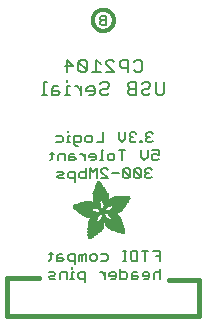
<source format=gbr>
G04 EAGLE Gerber RS-274X export*
G75*
%MOMM*%
%FSLAX34Y34*%
%LPD*%
%INSilkscreen Bottom*%
%IPPOS*%
%AMOC8*
5,1,8,0,0,1.08239X$1,22.5*%
G01*
%ADD10C,0.152400*%
%ADD11C,0.203200*%
%ADD12C,0.406400*%
%ADD13C,0.304800*%
%ADD14R,0.068600X0.007600*%
%ADD15R,0.114300X0.007600*%
%ADD16R,0.152400X0.007700*%
%ADD17R,0.182900X0.007600*%
%ADD18R,0.205700X0.007600*%
%ADD19R,0.228600X0.007600*%
%ADD20R,0.259100X0.007600*%
%ADD21R,0.274300X0.007700*%
%ADD22R,0.289500X0.007600*%
%ADD23R,0.304800X0.007600*%
%ADD24R,0.320100X0.007600*%
%ADD25R,0.342900X0.007600*%
%ADD26R,0.350500X0.007700*%
%ADD27R,0.365800X0.007600*%
%ADD28R,0.381000X0.007600*%
%ADD29R,0.388600X0.007600*%
%ADD30R,0.403800X0.007600*%
%ADD31R,0.419100X0.007700*%
%ADD32R,0.426700X0.007600*%
%ADD33R,0.441900X0.007600*%
%ADD34R,0.449600X0.007600*%
%ADD35R,0.464800X0.007600*%
%ADD36R,0.480000X0.007700*%
%ADD37R,0.487600X0.007600*%
%ADD38R,0.495300X0.007600*%
%ADD39R,0.510500X0.007600*%
%ADD40R,0.518100X0.007600*%
%ADD41R,0.525700X0.007700*%
%ADD42R,0.541000X0.007600*%
%ADD43R,0.548600X0.007600*%
%ADD44R,0.563800X0.007600*%
%ADD45R,0.571500X0.007600*%
%ADD46R,0.579100X0.007700*%
%ADD47R,0.594300X0.007600*%
%ADD48R,0.601900X0.007600*%
%ADD49R,0.609600X0.007600*%
%ADD50R,0.624800X0.007600*%
%ADD51R,0.632400X0.007700*%
%ADD52R,0.640000X0.007600*%
%ADD53R,0.655300X0.007600*%
%ADD54R,0.662900X0.007600*%
%ADD55R,0.678100X0.007600*%
%ADD56R,0.685800X0.007700*%
%ADD57R,0.693400X0.007600*%
%ADD58R,0.708600X0.007600*%
%ADD59R,0.716200X0.007600*%
%ADD60R,0.723900X0.007600*%
%ADD61R,0.739100X0.007700*%
%ADD62R,0.746700X0.007600*%
%ADD63R,0.754300X0.007600*%
%ADD64R,0.769600X0.007600*%
%ADD65R,0.777200X0.007600*%
%ADD66R,0.792400X0.007700*%
%ADD67R,0.800100X0.007600*%
%ADD68R,0.807700X0.007600*%
%ADD69R,0.822900X0.007600*%
%ADD70R,0.830500X0.007600*%
%ADD71R,0.838200X0.007700*%
%ADD72R,0.091500X0.007600*%
%ADD73R,0.853400X0.007600*%
%ADD74R,0.144700X0.007600*%
%ADD75R,0.861000X0.007600*%
%ADD76R,0.190500X0.007600*%
%ADD77R,0.876300X0.007600*%
%ADD78R,0.221000X0.007600*%
%ADD79R,0.883900X0.007600*%
%ADD80R,0.259000X0.007700*%
%ADD81R,0.891500X0.007700*%
%ADD82R,0.289600X0.007600*%
%ADD83R,0.906700X0.007600*%
%ADD84R,0.914400X0.007600*%
%ADD85R,0.350500X0.007600*%
%ADD86R,0.922000X0.007600*%
%ADD87R,0.937200X0.007600*%
%ADD88R,0.411400X0.007700*%
%ADD89R,0.944800X0.007700*%
%ADD90R,0.434300X0.007600*%
%ADD91R,0.952500X0.007600*%
%ADD92R,0.464900X0.007600*%
%ADD93R,0.967700X0.007600*%
%ADD94R,0.975300X0.007600*%
%ADD95R,0.518200X0.007600*%
%ADD96R,0.990600X0.007600*%
%ADD97R,0.548600X0.007700*%
%ADD98R,0.998200X0.007700*%
%ADD99R,1.005800X0.007600*%
%ADD100R,0.594400X0.007600*%
%ADD101R,1.021000X0.007600*%
%ADD102R,0.617200X0.007600*%
%ADD103R,1.028700X0.007600*%
%ADD104R,0.647700X0.007600*%
%ADD105R,1.036300X0.007600*%
%ADD106R,0.670500X0.007700*%
%ADD107R,1.051500X0.007700*%
%ADD108R,1.059100X0.007600*%
%ADD109R,0.716300X0.007600*%
%ADD110R,1.066800X0.007600*%
%ADD111R,0.739100X0.007600*%
%ADD112R,1.074400X0.007600*%
%ADD113R,0.762000X0.007600*%
%ADD114R,1.089600X0.007600*%
%ADD115R,0.784800X0.007700*%
%ADD116R,1.097200X0.007700*%
%ADD117R,1.104900X0.007600*%
%ADD118R,0.830600X0.007600*%
%ADD119R,1.112500X0.007600*%
%ADD120R,0.845800X0.007600*%
%ADD121R,1.120100X0.007600*%
%ADD122R,0.868700X0.007600*%
%ADD123R,1.127700X0.007600*%
%ADD124R,1.135300X0.007700*%
%ADD125R,1.143000X0.007600*%
%ADD126R,0.944900X0.007600*%
%ADD127R,1.150600X0.007600*%
%ADD128R,0.960100X0.007600*%
%ADD129R,1.158200X0.007600*%
%ADD130R,0.983000X0.007600*%
%ADD131R,1.165800X0.007600*%
%ADD132R,1.005900X0.007700*%
%ADD133R,1.173400X0.007700*%
%ADD134R,1.021100X0.007600*%
%ADD135R,1.181100X0.007600*%
%ADD136R,1.044000X0.007600*%
%ADD137R,1.188700X0.007600*%
%ADD138R,1.196300X0.007600*%
%ADD139R,1.082000X0.007600*%
%ADD140R,1.203900X0.007600*%
%ADD141R,1.104900X0.007700*%
%ADD142R,1.211500X0.007700*%
%ADD143R,1.211500X0.007600*%
%ADD144R,1.219200X0.007600*%
%ADD145R,1.226800X0.007600*%
%ADD146R,1.234400X0.007600*%
%ADD147R,1.188700X0.007700*%
%ADD148R,1.242000X0.007700*%
%ADD149R,1.242000X0.007600*%
%ADD150R,1.211600X0.007600*%
%ADD151R,1.249600X0.007600*%
%ADD152R,1.257300X0.007600*%
%ADD153R,1.264900X0.007600*%
%ADD154R,1.242100X0.007700*%
%ADD155R,1.264900X0.007700*%
%ADD156R,1.272500X0.007600*%
%ADD157R,1.265000X0.007600*%
%ADD158R,1.280100X0.007600*%
%ADD159R,1.272600X0.007600*%
%ADD160R,1.287700X0.007600*%
%ADD161R,1.287800X0.007600*%
%ADD162R,1.295400X0.007700*%
%ADD163R,1.303000X0.007600*%
%ADD164R,1.318200X0.007600*%
%ADD165R,1.310600X0.007600*%
%ADD166R,1.325900X0.007600*%
%ADD167R,1.341100X0.007700*%
%ADD168R,1.318200X0.007700*%
%ADD169R,1.341100X0.007600*%
%ADD170R,1.325800X0.007600*%
%ADD171R,1.348700X0.007600*%
%ADD172R,1.364000X0.007600*%
%ADD173R,1.333500X0.007600*%
%ADD174R,1.371600X0.007700*%
%ADD175R,1.379200X0.007600*%
%ADD176R,1.379300X0.007600*%
%ADD177R,1.386900X0.007600*%
%ADD178R,1.394500X0.007600*%
%ADD179R,1.356300X0.007600*%
%ADD180R,1.394400X0.007700*%
%ADD181R,1.356300X0.007700*%
%ADD182R,1.402000X0.007600*%
%ADD183R,1.409700X0.007600*%
%ADD184R,1.363900X0.007600*%
%ADD185R,1.417300X0.007600*%
%ADD186R,1.371600X0.007600*%
%ADD187R,1.424900X0.007700*%
%ADD188R,1.424900X0.007600*%
%ADD189R,1.432600X0.007600*%
%ADD190R,1.440200X0.007600*%
%ADD191R,1.386800X0.007600*%
%ADD192R,1.447800X0.007700*%
%ADD193R,1.386800X0.007700*%
%ADD194R,1.447800X0.007600*%
%ADD195R,1.455500X0.007600*%
%ADD196R,1.394400X0.007600*%
%ADD197R,1.463100X0.007600*%
%ADD198R,1.455400X0.007700*%
%ADD199R,1.463000X0.007600*%
%ADD200R,1.470600X0.007600*%
%ADD201R,1.470600X0.007700*%
%ADD202R,1.409700X0.007700*%
%ADD203R,1.470700X0.007600*%
%ADD204R,1.402100X0.007600*%
%ADD205R,1.478300X0.007600*%
%ADD206R,1.478300X0.007700*%
%ADD207R,1.402100X0.007700*%
%ADD208R,1.485900X0.007600*%
%ADD209R,1.485900X0.007700*%
%ADD210R,1.493500X0.007700*%
%ADD211R,1.493500X0.007600*%
%ADD212R,1.394500X0.007700*%
%ADD213R,1.493600X0.007700*%
%ADD214R,1.386900X0.007700*%
%ADD215R,1.379200X0.007700*%
%ADD216R,2.857500X0.007700*%
%ADD217R,2.857500X0.007600*%
%ADD218R,2.849900X0.007600*%
%ADD219R,2.842300X0.007600*%
%ADD220R,2.834700X0.007700*%
%ADD221R,2.827000X0.007600*%
%ADD222R,2.819400X0.007600*%
%ADD223R,2.811800X0.007600*%
%ADD224R,2.811800X0.007700*%
%ADD225R,2.804100X0.007600*%
%ADD226R,2.796500X0.007600*%
%ADD227R,1.966000X0.007600*%
%ADD228R,1.943100X0.007600*%
%ADD229R,0.754400X0.007600*%
%ADD230R,1.927900X0.007700*%
%ADD231R,0.746700X0.007700*%
%ADD232R,1.912600X0.007600*%
%ADD233R,0.731500X0.007600*%
%ADD234R,1.905000X0.007600*%
%ADD235R,1.882200X0.007600*%
%ADD236R,1.874600X0.007600*%
%ADD237R,1.866900X0.007700*%
%ADD238R,0.708700X0.007700*%
%ADD239R,1.851600X0.007600*%
%ADD240R,0.701100X0.007600*%
%ADD241R,1.844000X0.007600*%
%ADD242R,1.836400X0.007600*%
%ADD243R,1.821200X0.007600*%
%ADD244R,0.685800X0.007600*%
%ADD245R,1.813500X0.007700*%
%ADD246R,1.805900X0.007600*%
%ADD247R,0.678200X0.007600*%
%ADD248R,1.790700X0.007600*%
%ADD249R,0.670600X0.007600*%
%ADD250R,1.775500X0.007600*%
%ADD251R,1.767900X0.007700*%
%ADD252R,0.663000X0.007700*%
%ADD253R,1.760200X0.007600*%
%ADD254R,1.752600X0.007600*%
%ADD255R,0.937300X0.007600*%
%ADD256R,0.792500X0.007600*%
%ADD257R,0.899100X0.007600*%
%ADD258R,0.883900X0.007700*%
%ADD259R,0.716300X0.007700*%
%ADD260R,0.647700X0.007700*%
%ADD261R,0.640100X0.007600*%
%ADD262R,0.632500X0.007600*%
%ADD263R,0.655400X0.007600*%
%ADD264R,0.632400X0.007600*%
%ADD265R,0.845800X0.007700*%
%ADD266R,0.617200X0.007700*%
%ADD267R,0.624800X0.007700*%
%ADD268R,0.602000X0.007600*%
%ADD269R,0.838200X0.007600*%
%ADD270R,0.586700X0.007600*%
%ADD271R,0.548700X0.007600*%
%ADD272R,0.830500X0.007700*%
%ADD273R,0.541000X0.007700*%
%ADD274R,0.594300X0.007700*%
%ADD275R,0.525800X0.007600*%
%ADD276R,0.586800X0.007600*%
%ADD277R,0.815300X0.007600*%
%ADD278R,0.579200X0.007600*%
%ADD279R,0.815400X0.007600*%
%ADD280R,0.815400X0.007700*%
%ADD281R,0.571500X0.007700*%
%ADD282R,0.807800X0.007600*%
%ADD283R,0.563900X0.007600*%
%ADD284R,0.457200X0.007600*%
%ADD285R,0.442000X0.007600*%
%ADD286R,0.556300X0.007600*%
%ADD287R,0.807700X0.007700*%
%ADD288R,0.411500X0.007600*%
%ADD289R,0.533400X0.007600*%
%ADD290R,0.076200X0.007600*%
%ADD291R,0.403900X0.007600*%
%ADD292R,0.525700X0.007600*%
%ADD293R,0.388700X0.007600*%
%ADD294R,0.297200X0.007600*%
%ADD295R,0.373400X0.007700*%
%ADD296R,0.503000X0.007700*%
%ADD297R,0.426800X0.007700*%
%ADD298R,0.358100X0.007600*%
%ADD299R,0.502900X0.007600*%
%ADD300R,0.472400X0.007600*%
%ADD301R,0.487700X0.007600*%
%ADD302R,0.335300X0.007600*%
%ADD303R,0.792500X0.007700*%
%ADD304R,0.327600X0.007700*%
%ADD305R,0.472400X0.007700*%
%ADD306R,0.640000X0.007700*%
%ADD307R,0.784800X0.007600*%
%ADD308R,0.320000X0.007600*%
%ADD309R,0.792400X0.007600*%
%ADD310R,1.173400X0.007600*%
%ADD311R,1.196400X0.007600*%
%ADD312R,0.784900X0.007600*%
%ADD313R,0.784900X0.007700*%
%ADD314R,0.297200X0.007700*%
%ADD315R,1.249700X0.007600*%
%ADD316R,0.281900X0.007600*%
%ADD317R,1.295400X0.007600*%
%ADD318R,0.266700X0.007600*%
%ADD319R,0.777300X0.007700*%
%ADD320R,0.266700X0.007700*%
%ADD321R,1.333500X0.007700*%
%ADD322R,0.777300X0.007600*%
%ADD323R,1.348800X0.007600*%
%ADD324R,0.251500X0.007600*%
%ADD325R,0.243900X0.007700*%
%ADD326R,0.243900X0.007600*%
%ADD327R,1.440100X0.007600*%
%ADD328R,0.236200X0.007600*%
%ADD329R,0.762000X0.007700*%
%ADD330R,0.236200X0.007700*%
%ADD331R,1.508700X0.007700*%
%ADD332R,1.531600X0.007600*%
%ADD333R,1.546900X0.007600*%
%ADD334R,1.569700X0.007600*%
%ADD335R,1.585000X0.007600*%
%ADD336R,0.746800X0.007700*%
%ADD337R,1.607800X0.007700*%
%ADD338R,0.243800X0.007600*%
%ADD339R,1.630700X0.007600*%
%ADD340R,1.653500X0.007600*%
%ADD341R,0.739200X0.007600*%
%ADD342R,1.684000X0.007600*%
%ADD343R,2.019300X0.007600*%
%ADD344R,0.731500X0.007700*%
%ADD345R,2.026900X0.007700*%
%ADD346R,2.049800X0.007600*%
%ADD347R,2.057400X0.007600*%
%ADD348R,0.708700X0.007600*%
%ADD349R,2.072600X0.007600*%
%ADD350R,0.701000X0.007600*%
%ADD351R,2.095500X0.007600*%
%ADD352R,0.693500X0.007700*%
%ADD353R,2.110800X0.007700*%
%ADD354R,2.141200X0.007600*%
%ADD355R,0.060900X0.007600*%
%ADD356R,2.872700X0.007600*%
%ADD357R,3.124200X0.007600*%
%ADD358R,3.177600X0.007600*%
%ADD359R,3.215600X0.007700*%
%ADD360R,3.253700X0.007600*%
%ADD361R,3.284300X0.007600*%
%ADD362R,3.314700X0.007600*%
%ADD363R,3.352800X0.007600*%
%ADD364R,3.375600X0.007700*%
%ADD365R,3.406200X0.007600*%
%ADD366R,3.429000X0.007600*%
%ADD367R,3.451800X0.007600*%
%ADD368R,3.482400X0.007600*%
%ADD369R,1.828800X0.007700*%
%ADD370R,1.539300X0.007700*%
%ADD371R,1.767900X0.007600*%
%ADD372R,1.767800X0.007600*%
%ADD373R,1.760200X0.007700*%
%ADD374R,1.760300X0.007600*%
%ADD375R,1.775400X0.007700*%
%ADD376R,1.379300X0.007700*%
%ADD377R,1.783000X0.007600*%
%ADD378R,1.813500X0.007600*%
%ADD379R,1.821100X0.007700*%
%ADD380R,0.503000X0.007600*%
%ADD381R,1.135400X0.007600*%
%ADD382R,1.127700X0.007700*%
%ADD383R,0.487700X0.007700*%
%ADD384R,1.120200X0.007600*%
%ADD385R,1.097300X0.007600*%
%ADD386R,0.510600X0.007600*%
%ADD387R,1.074400X0.007700*%
%ADD388R,0.525800X0.007700*%
%ADD389R,1.440200X0.007700*%
%ADD390R,1.059200X0.007600*%
%ADD391R,1.051600X0.007600*%
%ADD392R,1.051500X0.007600*%
%ADD393R,1.043900X0.007700*%
%ADD394R,0.602000X0.007700*%
%ADD395R,1.524000X0.007600*%
%ADD396R,1.539300X0.007600*%
%ADD397R,1.592600X0.007600*%
%ADD398R,1.021100X0.007700*%
%ADD399R,1.615400X0.007700*%
%ADD400R,1.013400X0.007600*%
%ADD401R,1.653600X0.007600*%
%ADD402R,1.013500X0.007600*%
%ADD403R,1.699300X0.007600*%
%ADD404R,2.743200X0.007600*%
%ADD405R,1.005900X0.007600*%
%ADD406R,2.415500X0.007600*%
%ADD407R,1.005800X0.007700*%
%ADD408R,0.281900X0.007700*%
%ADD409R,2.408000X0.007700*%
%ADD410R,2.407900X0.007600*%
%ADD411R,0.998200X0.007600*%
%ADD412R,0.282000X0.007600*%
%ADD413R,0.998300X0.007600*%
%ADD414R,2.400300X0.007600*%
%ADD415R,0.289500X0.007700*%
%ADD416R,2.400300X0.007700*%
%ADD417R,0.297100X0.007600*%
%ADD418R,0.312400X0.007600*%
%ADD419R,2.392700X0.007600*%
%ADD420R,0.990600X0.007700*%
%ADD421R,0.327700X0.007700*%
%ADD422R,2.392700X0.007700*%
%ADD423R,2.385100X0.007600*%
%ADD424R,0.381000X0.007700*%
%ADD425R,2.377400X0.007700*%
%ADD426R,2.377400X0.007600*%
%ADD427R,2.369800X0.007600*%
%ADD428R,0.419100X0.007600*%
%ADD429R,2.362200X0.007600*%
%ADD430R,0.426800X0.007600*%
%ADD431R,1.036300X0.007700*%
%ADD432R,0.442000X0.007700*%
%ADD433R,2.354600X0.007700*%
%ADD434R,2.354600X0.007600*%
%ADD435R,0.480100X0.007600*%
%ADD436R,2.347000X0.007600*%
%ADD437R,1.074500X0.007600*%
%ADD438R,2.339400X0.007600*%
%ADD439R,1.082100X0.007700*%
%ADD440R,0.548700X0.007700*%
%ADD441R,2.331800X0.007700*%
%ADD442R,2.331800X0.007600*%
%ADD443R,0.624900X0.007600*%
%ADD444R,2.324100X0.007600*%
%ADD445R,1.859300X0.007600*%
%ADD446R,2.308800X0.007600*%
%ADD447R,2.301200X0.007700*%
%ADD448R,2.301200X0.007600*%
%ADD449R,2.293600X0.007600*%
%ADD450R,2.278400X0.007600*%
%ADD451R,1.889800X0.007600*%
%ADD452R,2.270700X0.007600*%
%ADD453R,1.897400X0.007700*%
%ADD454R,2.255500X0.007700*%
%ADD455R,1.897400X0.007600*%
%ADD456R,2.247900X0.007600*%
%ADD457R,2.232600X0.007600*%
%ADD458R,1.912700X0.007600*%
%ADD459R,2.209800X0.007600*%
%ADD460R,1.920300X0.007600*%
%ADD461R,2.186900X0.007600*%
%ADD462R,1.920300X0.007700*%
%ADD463R,2.171700X0.007700*%
%ADD464R,1.935500X0.007600*%
%ADD465R,2.148800X0.007600*%
%ADD466R,2.126000X0.007600*%
%ADD467R,1.950700X0.007600*%
%ADD468R,1.958400X0.007700*%
%ADD469R,2.042200X0.007700*%
%ADD470R,1.973600X0.007600*%
%ADD471R,1.996500X0.007600*%
%ADD472R,1.981200X0.007600*%
%ADD473R,1.988800X0.007600*%
%ADD474R,1.996400X0.007700*%
%ADD475R,1.996400X0.007600*%
%ADD476R,2.004100X0.007600*%
%ADD477R,1.874500X0.007600*%
%ADD478R,1.425000X0.007600*%
%ADD479R,2.026900X0.007600*%
%ADD480R,0.434400X0.007700*%
%ADD481R,1.364000X0.007700*%
%ADD482R,2.034500X0.007600*%
%ADD483R,0.434400X0.007600*%
%ADD484R,2.049700X0.007600*%
%ADD485R,2.065000X0.007700*%
%ADD486R,0.464800X0.007700*%
%ADD487R,1.196300X0.007700*%
%ADD488R,2.080300X0.007600*%
%ADD489R,1.158300X0.007600*%
%ADD490R,2.087900X0.007600*%
%ADD491R,0.472500X0.007600*%
%ADD492R,2.103100X0.007600*%
%ADD493R,2.118400X0.007600*%
%ADD494R,2.133600X0.007600*%
%ADD495R,2.148800X0.007700*%
%ADD496R,2.164000X0.007600*%
%ADD497R,2.171700X0.007600*%
%ADD498R,2.187000X0.007600*%
%ADD499R,0.556200X0.007600*%
%ADD500R,2.202200X0.007700*%
%ADD501R,0.556200X0.007700*%
%ADD502R,0.640100X0.007700*%
%ADD503R,0.579100X0.007600*%
%ADD504R,0.480000X0.007600*%
%ADD505R,1.752600X0.007700*%
%ADD506R,0.487600X0.007700*%
%ADD507R,0.594400X0.007700*%
%ADD508R,0.358100X0.007700*%
%ADD509R,0.099000X0.007600*%
%ADD510R,1.280200X0.007600*%
%ADD511R,1.745000X0.007600*%
%ADD512R,1.744900X0.007600*%
%ADD513R,1.737300X0.007700*%
%ADD514R,1.737400X0.007600*%
%ADD515R,1.729800X0.007600*%
%ADD516R,1.722200X0.007600*%
%ADD517R,1.722100X0.007600*%
%ADD518R,1.714500X0.007700*%
%ADD519R,1.356400X0.007700*%
%ADD520R,1.706900X0.007600*%
%ADD521R,1.356400X0.007600*%
%ADD522R,1.691700X0.007600*%
%ADD523R,1.668800X0.007700*%
%ADD524R,1.645900X0.007600*%
%ADD525R,1.623100X0.007600*%
%ADD526R,1.577400X0.007600*%
%ADD527R,1.554400X0.007600*%
%ADD528R,1.539200X0.007600*%
%ADD529R,1.524000X0.007700*%
%ADD530R,1.501100X0.007600*%
%ADD531R,1.455400X0.007600*%
%ADD532R,1.348800X0.007700*%
%ADD533R,1.318300X0.007600*%
%ADD534R,1.310600X0.007700*%
%ADD535R,1.287800X0.007700*%
%ADD536R,1.234500X0.007600*%
%ADD537R,1.226900X0.007600*%
%ADD538R,1.173500X0.007700*%
%ADD539R,1.173500X0.007600*%
%ADD540R,1.165900X0.007600*%
%ADD541R,1.143000X0.007700*%
%ADD542R,1.127800X0.007600*%
%ADD543R,1.097200X0.007600*%
%ADD544R,1.028700X0.007700*%
%ADD545R,0.982900X0.007600*%
%ADD546R,0.952500X0.007700*%
%ADD547R,0.929600X0.007600*%
%ADD548R,0.906800X0.007700*%
%ADD549R,0.906800X0.007600*%
%ADD550R,0.899200X0.007600*%
%ADD551R,0.884000X0.007600*%
%ADD552R,0.876300X0.007700*%
%ADD553R,0.830600X0.007700*%
%ADD554R,0.754400X0.007700*%
%ADD555R,0.746800X0.007600*%
%ADD556R,0.708600X0.007700*%
%ADD557R,0.678200X0.007700*%
%ADD558R,0.663000X0.007600*%
%ADD559R,0.632500X0.007700*%
%ADD560R,0.556300X0.007700*%
%ADD561R,0.518200X0.007700*%
%ADD562R,0.434300X0.007700*%
%ADD563R,0.396300X0.007700*%
%ADD564R,0.373300X0.007600*%
%ADD565R,0.365700X0.007600*%
%ADD566R,0.327700X0.007600*%
%ADD567R,0.304800X0.007700*%
%ADD568R,0.274300X0.007600*%
%ADD569R,0.243800X0.007700*%
%ADD570R,0.205800X0.007600*%
%ADD571R,0.152400X0.007600*%
%ADD572R,0.121900X0.007700*%


D10*
X131016Y161635D02*
X129575Y163075D01*
X126694Y163075D01*
X125254Y161635D01*
X125254Y160194D01*
X126694Y158754D01*
X128135Y158754D01*
X126694Y158754D02*
X125254Y157313D01*
X125254Y155873D01*
X126694Y154432D01*
X129575Y154432D01*
X131016Y155873D01*
X121661Y155873D02*
X121661Y154432D01*
X121661Y155873D02*
X120220Y155873D01*
X120220Y154432D01*
X121661Y154432D01*
X116983Y161635D02*
X115543Y163075D01*
X112662Y163075D01*
X111221Y161635D01*
X111221Y160194D01*
X112662Y158754D01*
X114102Y158754D01*
X112662Y158754D02*
X111221Y157313D01*
X111221Y155873D01*
X112662Y154432D01*
X115543Y154432D01*
X116983Y155873D01*
X107628Y157313D02*
X107628Y163075D01*
X107628Y157313D02*
X104747Y154432D01*
X101866Y157313D01*
X101866Y163075D01*
X88918Y163075D02*
X88918Y154432D01*
X83155Y154432D01*
X78122Y154432D02*
X75241Y154432D01*
X73800Y155873D01*
X73800Y158754D01*
X75241Y160194D01*
X78122Y160194D01*
X79562Y158754D01*
X79562Y155873D01*
X78122Y154432D01*
X67326Y151551D02*
X65886Y151551D01*
X64445Y152991D01*
X64445Y160194D01*
X68767Y160194D01*
X70207Y158754D01*
X70207Y155873D01*
X68767Y154432D01*
X64445Y154432D01*
X60852Y160194D02*
X59412Y160194D01*
X59412Y154432D01*
X60852Y154432D02*
X57971Y154432D01*
X59412Y163075D02*
X59412Y164516D01*
X53175Y160194D02*
X48853Y160194D01*
X53175Y160194D02*
X54615Y158754D01*
X54615Y155873D01*
X53175Y154432D01*
X48853Y154432D01*
X129931Y147835D02*
X135694Y147835D01*
X135694Y143514D01*
X132812Y144954D01*
X131372Y144954D01*
X129931Y143514D01*
X129931Y140633D01*
X131372Y139192D01*
X134253Y139192D01*
X135694Y140633D01*
X126338Y142073D02*
X126338Y147835D01*
X126338Y142073D02*
X123457Y139192D01*
X120576Y142073D01*
X120576Y147835D01*
X104747Y147835D02*
X104747Y139192D01*
X107628Y147835D02*
X101866Y147835D01*
X96832Y139192D02*
X93951Y139192D01*
X92511Y140633D01*
X92511Y143514D01*
X93951Y144954D01*
X96832Y144954D01*
X98273Y143514D01*
X98273Y140633D01*
X96832Y139192D01*
X88918Y147835D02*
X87477Y147835D01*
X87477Y139192D01*
X86037Y139192D02*
X88918Y139192D01*
X81240Y139192D02*
X78359Y139192D01*
X81240Y139192D02*
X82681Y140633D01*
X82681Y143514D01*
X81240Y144954D01*
X78359Y144954D01*
X76919Y143514D01*
X76919Y142073D01*
X82681Y142073D01*
X73326Y139192D02*
X73326Y144954D01*
X73326Y142073D02*
X70445Y144954D01*
X69004Y144954D01*
X64089Y144954D02*
X61208Y144954D01*
X59767Y143514D01*
X59767Y139192D01*
X64089Y139192D01*
X65530Y140633D01*
X64089Y142073D01*
X59767Y142073D01*
X56175Y139192D02*
X56175Y144954D01*
X51853Y144954D01*
X50412Y143514D01*
X50412Y139192D01*
X45379Y140633D02*
X45379Y146395D01*
X45379Y140633D02*
X43938Y139192D01*
X43938Y144954D02*
X46819Y144954D01*
X128796Y132595D02*
X130236Y131155D01*
X128796Y132595D02*
X125915Y132595D01*
X124474Y131155D01*
X124474Y129714D01*
X125915Y128274D01*
X127355Y128274D01*
X125915Y128274D02*
X124474Y126833D01*
X124474Y125393D01*
X125915Y123952D01*
X128796Y123952D01*
X130236Y125393D01*
X120881Y125393D02*
X120881Y131155D01*
X119441Y132595D01*
X116560Y132595D01*
X115119Y131155D01*
X115119Y125393D01*
X116560Y123952D01*
X119441Y123952D01*
X120881Y125393D01*
X115119Y131155D01*
X111526Y131155D02*
X111526Y125393D01*
X111526Y131155D02*
X110085Y132595D01*
X107204Y132595D01*
X105764Y131155D01*
X105764Y125393D01*
X107204Y123952D01*
X110085Y123952D01*
X111526Y125393D01*
X105764Y131155D01*
X102171Y128274D02*
X96409Y128274D01*
X92816Y123952D02*
X87053Y123952D01*
X87053Y129714D02*
X92816Y123952D01*
X87053Y129714D02*
X87053Y131155D01*
X88494Y132595D01*
X91375Y132595D01*
X92816Y131155D01*
X83460Y132595D02*
X83460Y123952D01*
X80579Y129714D02*
X83460Y132595D01*
X80579Y129714D02*
X77698Y132595D01*
X77698Y123952D01*
X74105Y123952D02*
X74105Y132595D01*
X74105Y123952D02*
X69784Y123952D01*
X68343Y125393D01*
X68343Y128274D01*
X69784Y129714D01*
X74105Y129714D01*
X64750Y129714D02*
X64750Y121071D01*
X64750Y129714D02*
X60428Y129714D01*
X58988Y128274D01*
X58988Y125393D01*
X60428Y123952D01*
X64750Y123952D01*
X55395Y123952D02*
X51073Y123952D01*
X49633Y125393D01*
X51073Y126833D01*
X53954Y126833D01*
X55395Y128274D01*
X53954Y129714D01*
X49633Y129714D01*
D11*
X114578Y222639D02*
X116357Y224418D01*
X119917Y224418D01*
X121696Y222639D01*
X121696Y215521D01*
X119917Y213741D01*
X116357Y213741D01*
X114578Y215521D01*
X110002Y213741D02*
X110002Y224418D01*
X104663Y224418D01*
X102884Y222639D01*
X102884Y219080D01*
X104663Y217300D01*
X110002Y217300D01*
X98308Y213741D02*
X91190Y213741D01*
X98308Y213741D02*
X91190Y220859D01*
X91190Y222639D01*
X92970Y224418D01*
X96529Y224418D01*
X98308Y222639D01*
X86614Y220859D02*
X83055Y224418D01*
X83055Y213741D01*
X86614Y213741D02*
X79496Y213741D01*
X74920Y215521D02*
X74920Y222639D01*
X73141Y224418D01*
X69582Y224418D01*
X67802Y222639D01*
X67802Y215521D01*
X69582Y213741D01*
X73141Y213741D01*
X74920Y215521D01*
X67802Y222639D01*
X57888Y224418D02*
X57888Y213741D01*
X63226Y219080D02*
X57888Y224418D01*
X56108Y219080D02*
X63226Y219080D01*
X140211Y205368D02*
X140211Y196471D01*
X138432Y194691D01*
X134873Y194691D01*
X133093Y196471D01*
X133093Y205368D01*
X123179Y205368D02*
X121399Y203589D01*
X123179Y205368D02*
X126738Y205368D01*
X128518Y203589D01*
X128518Y201809D01*
X126738Y200030D01*
X123179Y200030D01*
X121399Y198250D01*
X121399Y196471D01*
X123179Y194691D01*
X126738Y194691D01*
X128518Y196471D01*
X116824Y194691D02*
X116824Y205368D01*
X111485Y205368D01*
X109705Y203589D01*
X109705Y201809D01*
X111485Y200030D01*
X109705Y198250D01*
X109705Y196471D01*
X111485Y194691D01*
X116824Y194691D01*
X116824Y200030D02*
X111485Y200030D01*
X88097Y205368D02*
X86318Y203589D01*
X88097Y205368D02*
X91656Y205368D01*
X93436Y203589D01*
X93436Y201809D01*
X91656Y200030D01*
X88097Y200030D01*
X86318Y198250D01*
X86318Y196471D01*
X88097Y194691D01*
X91656Y194691D01*
X93436Y196471D01*
X79962Y194691D02*
X76403Y194691D01*
X79962Y194691D02*
X81742Y196471D01*
X81742Y200030D01*
X79962Y201809D01*
X76403Y201809D01*
X74624Y200030D01*
X74624Y198250D01*
X81742Y198250D01*
X70048Y194691D02*
X70048Y201809D01*
X70048Y198250D02*
X66489Y201809D01*
X64709Y201809D01*
X60303Y201809D02*
X58523Y201809D01*
X58523Y194691D01*
X56744Y194691D02*
X60303Y194691D01*
X58523Y205368D02*
X58523Y207148D01*
X50727Y201809D02*
X47168Y201809D01*
X45389Y200030D01*
X45389Y194691D01*
X50727Y194691D01*
X52507Y196471D01*
X50727Y198250D01*
X45389Y198250D01*
X40813Y205368D02*
X39033Y205368D01*
X39033Y194691D01*
X37254Y194691D02*
X40813Y194691D01*
D10*
X136473Y62745D02*
X136473Y54102D01*
X136473Y62745D02*
X130711Y62745D01*
X133592Y58424D02*
X136473Y58424D01*
X124237Y54102D02*
X124237Y62745D01*
X127118Y62745D02*
X121356Y62745D01*
X117763Y62745D02*
X117763Y54102D01*
X113441Y54102D01*
X112001Y55543D01*
X112001Y61305D01*
X113441Y62745D01*
X117763Y62745D01*
X108408Y54102D02*
X105526Y54102D01*
X106967Y54102D02*
X106967Y62745D01*
X108408Y62745D02*
X105526Y62745D01*
X91375Y59864D02*
X87053Y59864D01*
X91375Y59864D02*
X92816Y58424D01*
X92816Y55543D01*
X91375Y54102D01*
X87053Y54102D01*
X82020Y54102D02*
X79139Y54102D01*
X77698Y55543D01*
X77698Y58424D01*
X79139Y59864D01*
X82020Y59864D01*
X83460Y58424D01*
X83460Y55543D01*
X82020Y54102D01*
X74105Y54102D02*
X74105Y59864D01*
X72665Y59864D01*
X71224Y58424D01*
X71224Y54102D01*
X71224Y58424D02*
X69784Y59864D01*
X68343Y58424D01*
X68343Y54102D01*
X64750Y51221D02*
X64750Y59864D01*
X60428Y59864D01*
X58988Y58424D01*
X58988Y55543D01*
X60428Y54102D01*
X64750Y54102D01*
X53954Y59864D02*
X51073Y59864D01*
X49633Y58424D01*
X49633Y54102D01*
X53954Y54102D01*
X55395Y55543D01*
X53954Y56983D01*
X49633Y56983D01*
X44599Y55543D02*
X44599Y61305D01*
X44599Y55543D02*
X43159Y54102D01*
X43159Y59864D02*
X46040Y59864D01*
X137253Y47505D02*
X137253Y38862D01*
X137253Y43184D02*
X135812Y44624D01*
X132931Y44624D01*
X131491Y43184D01*
X131491Y38862D01*
X126457Y38862D02*
X123576Y38862D01*
X126457Y38862D02*
X127898Y40303D01*
X127898Y43184D01*
X126457Y44624D01*
X123576Y44624D01*
X122135Y43184D01*
X122135Y41743D01*
X127898Y41743D01*
X117102Y44624D02*
X114221Y44624D01*
X112780Y43184D01*
X112780Y38862D01*
X117102Y38862D01*
X118542Y40303D01*
X117102Y41743D01*
X112780Y41743D01*
X103425Y38862D02*
X103425Y47505D01*
X103425Y38862D02*
X107747Y38862D01*
X109187Y40303D01*
X109187Y43184D01*
X107747Y44624D01*
X103425Y44624D01*
X98391Y38862D02*
X95510Y38862D01*
X98391Y38862D02*
X99832Y40303D01*
X99832Y43184D01*
X98391Y44624D01*
X95510Y44624D01*
X94070Y43184D01*
X94070Y41743D01*
X99832Y41743D01*
X90477Y38862D02*
X90477Y44624D01*
X90477Y41743D02*
X87596Y44624D01*
X86155Y44624D01*
X73326Y44624D02*
X73326Y35981D01*
X73326Y44624D02*
X69004Y44624D01*
X67563Y43184D01*
X67563Y40303D01*
X69004Y38862D01*
X73326Y38862D01*
X63970Y44624D02*
X62530Y44624D01*
X62530Y38862D01*
X63970Y38862D02*
X61089Y38862D01*
X62530Y47505D02*
X62530Y48946D01*
X57734Y44624D02*
X57734Y38862D01*
X57734Y44624D02*
X53412Y44624D01*
X51971Y43184D01*
X51971Y38862D01*
X48379Y38862D02*
X44057Y38862D01*
X42616Y40303D01*
X44057Y41743D01*
X46938Y41743D01*
X48379Y43184D01*
X46938Y44624D01*
X42616Y44624D01*
D12*
X34290Y39370D02*
X7620Y39370D01*
X7620Y7620D01*
X170180Y7620D01*
X170180Y38100D01*
X144780Y38100D01*
D13*
X79920Y257810D02*
X79923Y258030D01*
X79931Y258251D01*
X79944Y258471D01*
X79963Y258690D01*
X79988Y258909D01*
X80017Y259128D01*
X80052Y259345D01*
X80093Y259562D01*
X80138Y259778D01*
X80189Y259992D01*
X80245Y260205D01*
X80307Y260417D01*
X80373Y260627D01*
X80445Y260835D01*
X80522Y261042D01*
X80604Y261246D01*
X80690Y261449D01*
X80782Y261649D01*
X80879Y261848D01*
X80980Y262043D01*
X81087Y262236D01*
X81198Y262427D01*
X81313Y262614D01*
X81433Y262799D01*
X81558Y262981D01*
X81687Y263159D01*
X81821Y263335D01*
X81958Y263507D01*
X82100Y263675D01*
X82246Y263841D01*
X82396Y264002D01*
X82550Y264160D01*
X82708Y264314D01*
X82869Y264464D01*
X83035Y264610D01*
X83203Y264752D01*
X83375Y264889D01*
X83551Y265023D01*
X83729Y265152D01*
X83911Y265277D01*
X84096Y265397D01*
X84283Y265512D01*
X84474Y265623D01*
X84667Y265730D01*
X84862Y265831D01*
X85061Y265928D01*
X85261Y266020D01*
X85464Y266106D01*
X85668Y266188D01*
X85875Y266265D01*
X86083Y266337D01*
X86293Y266403D01*
X86505Y266465D01*
X86718Y266521D01*
X86932Y266572D01*
X87148Y266617D01*
X87365Y266658D01*
X87582Y266693D01*
X87801Y266722D01*
X88020Y266747D01*
X88239Y266766D01*
X88459Y266779D01*
X88680Y266787D01*
X88900Y266790D01*
X89120Y266787D01*
X89341Y266779D01*
X89561Y266766D01*
X89780Y266747D01*
X89999Y266722D01*
X90218Y266693D01*
X90435Y266658D01*
X90652Y266617D01*
X90868Y266572D01*
X91082Y266521D01*
X91295Y266465D01*
X91507Y266403D01*
X91717Y266337D01*
X91925Y266265D01*
X92132Y266188D01*
X92336Y266106D01*
X92539Y266020D01*
X92739Y265928D01*
X92938Y265831D01*
X93133Y265730D01*
X93326Y265623D01*
X93517Y265512D01*
X93704Y265397D01*
X93889Y265277D01*
X94071Y265152D01*
X94249Y265023D01*
X94425Y264889D01*
X94597Y264752D01*
X94765Y264610D01*
X94931Y264464D01*
X95092Y264314D01*
X95250Y264160D01*
X95404Y264002D01*
X95554Y263841D01*
X95700Y263675D01*
X95842Y263507D01*
X95979Y263335D01*
X96113Y263159D01*
X96242Y262981D01*
X96367Y262799D01*
X96487Y262614D01*
X96602Y262427D01*
X96713Y262236D01*
X96820Y262043D01*
X96921Y261848D01*
X97018Y261649D01*
X97110Y261449D01*
X97196Y261246D01*
X97278Y261042D01*
X97355Y260835D01*
X97427Y260627D01*
X97493Y260417D01*
X97555Y260205D01*
X97611Y259992D01*
X97662Y259778D01*
X97707Y259562D01*
X97748Y259345D01*
X97783Y259128D01*
X97812Y258909D01*
X97837Y258690D01*
X97856Y258471D01*
X97869Y258251D01*
X97877Y258030D01*
X97880Y257810D01*
X97877Y257590D01*
X97869Y257369D01*
X97856Y257149D01*
X97837Y256930D01*
X97812Y256711D01*
X97783Y256492D01*
X97748Y256275D01*
X97707Y256058D01*
X97662Y255842D01*
X97611Y255628D01*
X97555Y255415D01*
X97493Y255203D01*
X97427Y254993D01*
X97355Y254785D01*
X97278Y254578D01*
X97196Y254374D01*
X97110Y254171D01*
X97018Y253971D01*
X96921Y253772D01*
X96820Y253577D01*
X96713Y253384D01*
X96602Y253193D01*
X96487Y253006D01*
X96367Y252821D01*
X96242Y252639D01*
X96113Y252461D01*
X95979Y252285D01*
X95842Y252113D01*
X95700Y251945D01*
X95554Y251779D01*
X95404Y251618D01*
X95250Y251460D01*
X95092Y251306D01*
X94931Y251156D01*
X94765Y251010D01*
X94597Y250868D01*
X94425Y250731D01*
X94249Y250597D01*
X94071Y250468D01*
X93889Y250343D01*
X93704Y250223D01*
X93517Y250108D01*
X93326Y249997D01*
X93133Y249890D01*
X92938Y249789D01*
X92739Y249692D01*
X92539Y249600D01*
X92336Y249514D01*
X92132Y249432D01*
X91925Y249355D01*
X91717Y249283D01*
X91507Y249217D01*
X91295Y249155D01*
X91082Y249099D01*
X90868Y249048D01*
X90652Y249003D01*
X90435Y248962D01*
X90218Y248927D01*
X89999Y248898D01*
X89780Y248873D01*
X89561Y248854D01*
X89341Y248841D01*
X89120Y248833D01*
X88900Y248830D01*
X88680Y248833D01*
X88459Y248841D01*
X88239Y248854D01*
X88020Y248873D01*
X87801Y248898D01*
X87582Y248927D01*
X87365Y248962D01*
X87148Y249003D01*
X86932Y249048D01*
X86718Y249099D01*
X86505Y249155D01*
X86293Y249217D01*
X86083Y249283D01*
X85875Y249355D01*
X85668Y249432D01*
X85464Y249514D01*
X85261Y249600D01*
X85061Y249692D01*
X84862Y249789D01*
X84667Y249890D01*
X84474Y249997D01*
X84283Y250108D01*
X84096Y250223D01*
X83911Y250343D01*
X83729Y250468D01*
X83551Y250597D01*
X83375Y250731D01*
X83203Y250868D01*
X83035Y251010D01*
X82869Y251156D01*
X82708Y251306D01*
X82550Y251460D01*
X82396Y251618D01*
X82246Y251779D01*
X82100Y251945D01*
X81958Y252113D01*
X81821Y252285D01*
X81687Y252461D01*
X81558Y252639D01*
X81433Y252821D01*
X81313Y253006D01*
X81198Y253193D01*
X81087Y253384D01*
X80980Y253577D01*
X80879Y253772D01*
X80782Y253971D01*
X80690Y254171D01*
X80604Y254374D01*
X80522Y254578D01*
X80445Y254785D01*
X80373Y254993D01*
X80307Y255203D01*
X80245Y255415D01*
X80189Y255628D01*
X80138Y255842D01*
X80093Y256058D01*
X80052Y256275D01*
X80017Y256492D01*
X79988Y256711D01*
X79963Y256930D01*
X79944Y257149D01*
X79931Y257369D01*
X79923Y257590D01*
X79920Y257810D01*
D11*
X91440Y253746D02*
X91440Y261881D01*
X87373Y261881D01*
X86017Y260525D01*
X86017Y259169D01*
X87373Y257813D01*
X86017Y256458D01*
X86017Y255102D01*
X87373Y253746D01*
X91440Y253746D01*
X91440Y257813D02*
X87373Y257813D01*
D14*
X77622Y72390D03*
D15*
X77623Y72466D03*
D16*
X77660Y72543D03*
D17*
X77661Y72619D03*
D18*
X77623Y72695D03*
D19*
X77660Y72771D03*
D20*
X77661Y72847D03*
D21*
X77661Y72924D03*
D22*
X77661Y73000D03*
D23*
X77737Y73076D03*
D24*
X77737Y73152D03*
D25*
X77775Y73228D03*
D26*
X77813Y73305D03*
D27*
X77813Y73381D03*
D28*
X77889Y73457D03*
D29*
X77927Y73533D03*
D30*
X77927Y73609D03*
D31*
X78004Y73686D03*
D32*
X78042Y73762D03*
D33*
X78118Y73838D03*
D34*
X78156Y73914D03*
D35*
X78156Y73990D03*
D36*
X78232Y74067D03*
D37*
X78270Y74143D03*
D38*
X78309Y74219D03*
D39*
X78385Y74295D03*
D40*
X78423Y74371D03*
D41*
X78461Y74448D03*
D42*
X78537Y74524D03*
D43*
X78575Y74600D03*
D44*
X78651Y74676D03*
D45*
X78690Y74752D03*
D46*
X78728Y74829D03*
D47*
X78804Y74905D03*
D48*
X78842Y74981D03*
D49*
X78880Y75057D03*
D50*
X78956Y75133D03*
D51*
X78994Y75210D03*
D52*
X79032Y75286D03*
D53*
X79109Y75362D03*
D54*
X79147Y75438D03*
D55*
X79223Y75514D03*
D56*
X79261Y75591D03*
D57*
X79299Y75667D03*
D58*
X79375Y75743D03*
D59*
X79413Y75819D03*
D60*
X79452Y75895D03*
D61*
X79528Y75972D03*
D62*
X79566Y76048D03*
D63*
X79604Y76124D03*
D64*
X79680Y76200D03*
D65*
X79718Y76276D03*
D66*
X79794Y76353D03*
D67*
X79833Y76429D03*
D68*
X79871Y76505D03*
D69*
X79947Y76581D03*
D70*
X79985Y76657D03*
D71*
X80023Y76734D03*
D72*
X105550Y76810D03*
D73*
X80099Y76810D03*
D74*
X105512Y76886D03*
D75*
X80137Y76886D03*
D76*
X105436Y76962D03*
D77*
X80214Y76962D03*
D78*
X105359Y77038D03*
D79*
X80252Y77038D03*
D80*
X105321Y77115D03*
D81*
X80290Y77115D03*
D82*
X105245Y77191D03*
D83*
X80366Y77191D03*
D24*
X105169Y77267D03*
D84*
X80404Y77267D03*
D85*
X105093Y77343D03*
D86*
X80442Y77343D03*
D28*
X105016Y77419D03*
D87*
X80518Y77419D03*
D88*
X104940Y77496D03*
D89*
X80556Y77496D03*
D90*
X104826Y77572D03*
D91*
X80595Y77572D03*
D92*
X104750Y77648D03*
D93*
X80671Y77648D03*
D38*
X104674Y77724D03*
D94*
X80709Y77724D03*
D95*
X104559Y77800D03*
D96*
X80785Y77800D03*
D97*
X104483Y77877D03*
D98*
X80823Y77877D03*
D45*
X104369Y77953D03*
D99*
X80861Y77953D03*
D100*
X104254Y78029D03*
D101*
X80937Y78029D03*
D102*
X104140Y78105D03*
D103*
X80976Y78105D03*
D104*
X104064Y78181D03*
D105*
X81014Y78181D03*
D106*
X103950Y78258D03*
D107*
X81090Y78258D03*
D57*
X103835Y78334D03*
D108*
X81128Y78334D03*
D109*
X103721Y78410D03*
D110*
X81166Y78410D03*
D111*
X103607Y78486D03*
D112*
X81204Y78486D03*
D113*
X103492Y78562D03*
D114*
X81280Y78562D03*
D115*
X103378Y78639D03*
D116*
X81318Y78639D03*
D68*
X103264Y78715D03*
D117*
X81357Y78715D03*
D118*
X103149Y78791D03*
D119*
X81395Y78791D03*
D120*
X102997Y78867D03*
D121*
X81433Y78867D03*
D122*
X102883Y78943D03*
D123*
X81471Y78943D03*
D81*
X102769Y79020D03*
D124*
X81509Y79020D03*
D86*
X102616Y79096D03*
D125*
X81547Y79096D03*
D126*
X102502Y79172D03*
D127*
X81585Y79172D03*
D128*
X102350Y79248D03*
D129*
X81623Y79248D03*
D130*
X102235Y79324D03*
D131*
X81661Y79324D03*
D132*
X102121Y79401D03*
D133*
X81699Y79401D03*
D134*
X101969Y79477D03*
D135*
X81738Y79477D03*
D136*
X101854Y79553D03*
D137*
X81776Y79553D03*
D110*
X101740Y79629D03*
D138*
X81814Y79629D03*
D139*
X101587Y79705D03*
D140*
X81852Y79705D03*
D141*
X101473Y79782D03*
D142*
X81890Y79782D03*
D121*
X101397Y79858D03*
D143*
X81890Y79858D03*
D125*
X101282Y79934D03*
D144*
X81928Y79934D03*
D127*
X101168Y80010D03*
D145*
X81966Y80010D03*
D131*
X101092Y80086D03*
D146*
X82004Y80086D03*
D147*
X100978Y80163D03*
D148*
X82042Y80163D03*
D138*
X100864Y80239D03*
D149*
X82042Y80239D03*
D150*
X100787Y80315D03*
D151*
X82080Y80315D03*
D145*
X100711Y80391D03*
D152*
X82119Y80391D03*
D145*
X100635Y80467D03*
D153*
X82157Y80467D03*
D154*
X100559Y80544D03*
D155*
X82157Y80544D03*
D152*
X100483Y80620D03*
D156*
X82195Y80620D03*
D157*
X100368Y80696D03*
D158*
X82233Y80696D03*
D159*
X100330Y80772D03*
D160*
X82271Y80772D03*
D161*
X100254Y80848D03*
D160*
X82271Y80848D03*
D162*
X100139Y80925D03*
X82309Y80925D03*
D163*
X100101Y81001D03*
X82347Y81001D03*
D164*
X100025Y81077D03*
D163*
X82347Y81077D03*
D164*
X99949Y81153D03*
D165*
X82385Y81153D03*
D166*
X99911Y81229D03*
D165*
X82385Y81229D03*
D167*
X99835Y81306D03*
D168*
X82423Y81306D03*
D169*
X99759Y81382D03*
D170*
X82461Y81382D03*
D171*
X99721Y81458D03*
D170*
X82461Y81458D03*
D172*
X99644Y81534D03*
D173*
X82500Y81534D03*
D172*
X99568Y81610D03*
D173*
X82500Y81610D03*
D174*
X99530Y81687D03*
D167*
X82538Y81687D03*
D175*
X99492Y81763D03*
D169*
X82538Y81763D03*
D176*
X99416Y81839D03*
D171*
X82576Y81839D03*
D177*
X99378Y81915D03*
D171*
X82576Y81915D03*
D178*
X99340Y81991D03*
D179*
X82614Y81991D03*
D180*
X99263Y82068D03*
D181*
X82614Y82068D03*
D182*
X99225Y82144D03*
D179*
X82614Y82144D03*
D183*
X99187Y82220D03*
D184*
X82652Y82220D03*
D183*
X99111Y82296D03*
D184*
X82652Y82296D03*
D185*
X99073Y82372D03*
D186*
X82690Y82372D03*
D187*
X99035Y82449D03*
D174*
X82690Y82449D03*
D188*
X98959Y82525D03*
D186*
X82690Y82525D03*
D189*
X98920Y82601D03*
D175*
X82728Y82601D03*
D190*
X98882Y82677D03*
D175*
X82728Y82677D03*
D190*
X98806Y82753D03*
D191*
X82766Y82753D03*
D192*
X98768Y82830D03*
D193*
X82766Y82830D03*
D194*
X98768Y82906D03*
D191*
X82766Y82906D03*
D194*
X98692Y82982D03*
D191*
X82766Y82982D03*
D195*
X98654Y83058D03*
D196*
X82804Y83058D03*
D197*
X98616Y83134D03*
D196*
X82804Y83134D03*
D198*
X98577Y83211D03*
D180*
X82804Y83211D03*
D199*
X98539Y83287D03*
D182*
X82842Y83287D03*
D200*
X98501Y83363D03*
D182*
X82842Y83363D03*
D199*
X98463Y83439D03*
D182*
X82842Y83439D03*
D200*
X98425Y83515D03*
D182*
X82842Y83515D03*
D201*
X98425Y83592D03*
D202*
X82881Y83592D03*
D203*
X98349Y83668D03*
D204*
X82919Y83668D03*
D205*
X98311Y83744D03*
D204*
X82919Y83744D03*
D205*
X98311Y83820D03*
D204*
X82919Y83820D03*
D205*
X98235Y83896D03*
D204*
X82919Y83896D03*
D206*
X98235Y83973D03*
D207*
X82919Y83973D03*
D208*
X98197Y84049D03*
D183*
X82957Y84049D03*
D205*
X98159Y84125D03*
D183*
X82957Y84125D03*
D208*
X98121Y84201D03*
D183*
X82957Y84201D03*
D208*
X98121Y84277D03*
D183*
X82957Y84277D03*
D209*
X98044Y84354D03*
D202*
X82957Y84354D03*
D208*
X98044Y84430D03*
D183*
X82957Y84430D03*
D208*
X98044Y84506D03*
D183*
X82957Y84506D03*
D208*
X97968Y84582D03*
D204*
X82995Y84582D03*
D208*
X97968Y84658D03*
D204*
X82995Y84658D03*
D210*
X97930Y84735D03*
D207*
X82995Y84735D03*
D208*
X97892Y84811D03*
D204*
X82995Y84811D03*
D208*
X97892Y84887D03*
D204*
X82995Y84887D03*
D211*
X97854Y84963D03*
D204*
X82995Y84963D03*
D208*
X97816Y85039D03*
D204*
X82995Y85039D03*
D209*
X97816Y85116D03*
D212*
X83033Y85116D03*
D211*
X97778Y85192D03*
D178*
X83033Y85192D03*
D208*
X97740Y85268D03*
D178*
X83033Y85268D03*
D208*
X97740Y85344D03*
D178*
X83033Y85344D03*
D208*
X97740Y85420D03*
D178*
X83033Y85420D03*
D213*
X97701Y85497D03*
D214*
X83071Y85497D03*
D208*
X97663Y85573D03*
D177*
X83071Y85573D03*
D208*
X97663Y85649D03*
D177*
X83071Y85649D03*
D211*
X97625Y85725D03*
D177*
X83071Y85725D03*
D208*
X97587Y85801D03*
D175*
X83109Y85801D03*
D209*
X97587Y85878D03*
D215*
X83109Y85878D03*
D211*
X97549Y85954D03*
D175*
X83109Y85954D03*
D208*
X97511Y86030D03*
D175*
X83109Y86030D03*
D208*
X97511Y86106D03*
D186*
X83147Y86106D03*
D208*
X97511Y86182D03*
D186*
X83147Y86182D03*
D216*
X90577Y86259D03*
D217*
X90577Y86335D03*
D218*
X90615Y86411D03*
D219*
X90577Y86487D03*
X90577Y86563D03*
D220*
X90615Y86640D03*
D221*
X90576Y86716D03*
X90576Y86792D03*
D222*
X90614Y86868D03*
D223*
X90576Y86944D03*
D224*
X90576Y87021D03*
D225*
X90615Y87097D03*
D226*
X90577Y87173D03*
D227*
X94729Y87249D03*
D64*
X80518Y87249D03*
D228*
X94844Y87325D03*
D229*
X80442Y87325D03*
D230*
X94844Y87402D03*
D231*
X80404Y87402D03*
D232*
X94920Y87478D03*
D233*
X80404Y87478D03*
D234*
X94958Y87554D03*
D233*
X80404Y87554D03*
D235*
X94996Y87630D03*
D109*
X80404Y87630D03*
D236*
X95034Y87706D03*
D109*
X80404Y87706D03*
D237*
X95073Y87783D03*
D238*
X80442Y87783D03*
D239*
X95072Y87859D03*
D240*
X80404Y87859D03*
D241*
X95110Y87935D03*
D57*
X80442Y87935D03*
D242*
X95148Y88011D03*
D57*
X80442Y88011D03*
D243*
X95148Y88087D03*
D244*
X80480Y88087D03*
D245*
X95187Y88164D03*
D56*
X80480Y88164D03*
D246*
X95225Y88240D03*
D247*
X80518Y88240D03*
D248*
X95225Y88316D03*
D247*
X80518Y88316D03*
D248*
X95225Y88392D03*
D249*
X80556Y88392D03*
D250*
X95225Y88468D03*
D249*
X80556Y88468D03*
D251*
X95263Y88545D03*
D252*
X80594Y88545D03*
D253*
X95301Y88621D03*
D53*
X80633Y88621D03*
D254*
X95263Y88697D03*
D53*
X80633Y88697D03*
D255*
X99340Y88773D03*
D256*
X90539Y88773D03*
D104*
X80671Y88773D03*
D257*
X99454Y88849D03*
D111*
X90348Y88849D03*
D104*
X80747Y88849D03*
D258*
X99530Y88926D03*
D259*
X90234Y88926D03*
D260*
X80747Y88926D03*
D122*
X99530Y89002D03*
D57*
X90195Y89002D03*
D261*
X80785Y89002D03*
D122*
X99530Y89078D03*
D249*
X90157Y89078D03*
D262*
X80823Y89078D03*
D73*
X99530Y89154D03*
D263*
X90081Y89154D03*
D50*
X80861Y89154D03*
D73*
X99530Y89230D03*
D264*
X90043Y89230D03*
D50*
X80861Y89230D03*
D265*
X99492Y89307D03*
D266*
X89967Y89307D03*
D267*
X80937Y89307D03*
D120*
X99492Y89383D03*
D268*
X89967Y89383D03*
D102*
X80975Y89383D03*
D269*
X99454Y89459D03*
D270*
X89891Y89459D03*
D49*
X81013Y89459D03*
D269*
X99454Y89535D03*
D45*
X89891Y89535D03*
D268*
X81051Y89535D03*
D70*
X99416Y89611D03*
D271*
X89853Y89611D03*
D48*
X81128Y89611D03*
D272*
X99416Y89688D03*
D273*
X89814Y89688D03*
D274*
X81166Y89688D03*
D69*
X99378Y89764D03*
D275*
X89814Y89764D03*
D270*
X81204Y89764D03*
D69*
X99378Y89840D03*
D95*
X89776Y89840D03*
D276*
X81280Y89840D03*
D277*
X99340Y89916D03*
D38*
X89739Y89916D03*
D278*
X81318Y89916D03*
D279*
X99263Y89992D03*
D37*
X89700Y89992D03*
D45*
X81357Y89992D03*
D280*
X99263Y90069D03*
D36*
X89662Y90069D03*
D281*
X81433Y90069D03*
D282*
X99225Y90145D03*
D35*
X89662Y90145D03*
D283*
X81471Y90145D03*
D279*
X99187Y90221D03*
D284*
X89624Y90221D03*
D283*
X81547Y90221D03*
D68*
X99149Y90297D03*
D285*
X89624Y90297D03*
D286*
X81585Y90297D03*
D67*
X99111Y90373D03*
D90*
X89586Y90373D03*
D42*
X81661Y90373D03*
D287*
X99073Y90450D03*
D31*
X89586Y90450D03*
D273*
X81737Y90450D03*
D67*
X99035Y90526D03*
D288*
X89548Y90526D03*
D289*
X81775Y90526D03*
D290*
X76822Y90526D03*
D67*
X98959Y90602D03*
D291*
X89510Y90602D03*
D292*
X81890Y90602D03*
D78*
X76784Y90602D03*
D67*
X98959Y90678D03*
D293*
X89510Y90678D03*
D40*
X81928Y90678D03*
D294*
X76784Y90678D03*
D67*
X98883Y90754D03*
D28*
X89471Y90754D03*
D95*
X82004Y90754D03*
D27*
X76746Y90754D03*
D66*
X98844Y90831D03*
D295*
X89433Y90831D03*
D296*
X82080Y90831D03*
D297*
X76746Y90831D03*
D256*
X98768Y90907D03*
D298*
X89434Y90907D03*
D299*
X82157Y90907D03*
D300*
X76746Y90907D03*
D67*
X98730Y90983D03*
D298*
X89434Y90983D03*
D301*
X82233Y90983D03*
D95*
X76746Y90983D03*
D256*
X98692Y91059D03*
D85*
X89396Y91059D03*
D301*
X82309Y91059D03*
D44*
X76746Y91059D03*
D256*
X98616Y91135D03*
D302*
X89396Y91135D03*
D300*
X82385Y91135D03*
D268*
X76708Y91135D03*
D303*
X98540Y91212D03*
D304*
X89357Y91212D03*
D305*
X82461Y91212D03*
D306*
X76746Y91212D03*
D307*
X98501Y91288D03*
D308*
X89319Y91288D03*
D284*
X82537Y91288D03*
D244*
X76746Y91288D03*
D309*
X98463Y91364D03*
D308*
X89319Y91364D03*
D310*
X79032Y91364D03*
D256*
X98387Y91440D03*
D23*
X89319Y91440D03*
D311*
X78994Y91440D03*
D312*
X98349Y91516D03*
D294*
X89281Y91516D03*
D150*
X78918Y91516D03*
D313*
X98273Y91593D03*
D314*
X89281Y91593D03*
D154*
X78842Y91593D03*
D312*
X98197Y91669D03*
D82*
X89243Y91669D03*
D315*
X78804Y91669D03*
D307*
X98120Y91745D03*
D316*
X89205Y91745D03*
D156*
X78766Y91745D03*
D307*
X98044Y91821D03*
D316*
X89205Y91821D03*
D317*
X78727Y91821D03*
D65*
X98006Y91897D03*
D318*
X89205Y91897D03*
D165*
X78651Y91897D03*
D319*
X97930Y91974D03*
D320*
X89205Y91974D03*
D321*
X78613Y91974D03*
D322*
X97854Y92050D03*
D20*
X89167Y92050D03*
D323*
X78613Y92050D03*
D65*
X97777Y92126D03*
D20*
X89167Y92126D03*
D186*
X78575Y92126D03*
D65*
X97701Y92202D03*
D324*
X89129Y92202D03*
D177*
X78499Y92202D03*
D65*
X97625Y92278D03*
D324*
X89129Y92278D03*
D204*
X78499Y92278D03*
D319*
X97549Y92355D03*
D325*
X89091Y92355D03*
D187*
X78461Y92355D03*
D64*
X97434Y92431D03*
D326*
X89091Y92431D03*
D327*
X78461Y92431D03*
D64*
X97358Y92507D03*
D328*
X89052Y92507D03*
D195*
X78461Y92507D03*
D64*
X97282Y92583D03*
D328*
X89052Y92583D03*
D205*
X78423Y92583D03*
D64*
X97206Y92659D03*
D19*
X89014Y92659D03*
D211*
X78423Y92659D03*
D329*
X97091Y92736D03*
D330*
X88976Y92736D03*
D331*
X78423Y92736D03*
D113*
X97015Y92812D03*
D328*
X88976Y92812D03*
D332*
X78384Y92812D03*
D113*
X96863Y92888D03*
D328*
X88976Y92888D03*
D333*
X78385Y92888D03*
D113*
X96787Y92964D03*
D19*
X88938Y92964D03*
D334*
X78347Y92964D03*
D229*
X96672Y93040D03*
D328*
X88900Y93040D03*
D335*
X78346Y93040D03*
D336*
X96558Y93117D03*
D330*
X88900Y93117D03*
D337*
X78384Y93117D03*
D62*
X96406Y93193D03*
D338*
X88862Y93193D03*
D339*
X78347Y93193D03*
D62*
X96330Y93269D03*
D324*
X88824Y93269D03*
D340*
X78385Y93269D03*
D341*
X96139Y93345D03*
D318*
X88748Y93345D03*
D342*
X78384Y93345D03*
D233*
X96025Y93421D03*
D343*
X79985Y93421D03*
D344*
X95873Y93498D03*
D345*
X79947Y93498D03*
D60*
X95682Y93574D03*
D346*
X79908Y93574D03*
D109*
X95492Y93650D03*
D347*
X79870Y93650D03*
D348*
X95301Y93726D03*
D349*
X79870Y93726D03*
D350*
X95110Y93802D03*
D351*
X79833Y93802D03*
D352*
X94844Y93879D03*
D353*
X79832Y93879D03*
D57*
X94615Y93955D03*
D354*
X79832Y93955D03*
D355*
X99073Y94031D03*
D356*
X83414Y94031D03*
D357*
X84595Y94107D03*
D358*
X84709Y94183D03*
D359*
X84823Y94260D03*
D360*
X84862Y94336D03*
D361*
X84938Y94412D03*
D362*
X85014Y94488D03*
D363*
X85052Y94564D03*
D364*
X85090Y94641D03*
D365*
X85090Y94717D03*
D366*
X85128Y94793D03*
D367*
X85166Y94869D03*
D368*
X85166Y94945D03*
D369*
X93586Y95022D03*
D370*
X75375Y95022D03*
D248*
X93930Y95098D03*
D208*
X75032Y95098D03*
D371*
X94120Y95174D03*
D199*
X74765Y95174D03*
D372*
X94272Y95250D03*
D190*
X74574Y95250D03*
D371*
X94425Y95326D03*
D188*
X74346Y95326D03*
D373*
X94539Y95403D03*
D202*
X74194Y95403D03*
D253*
X94691Y95479D03*
D196*
X74041Y95479D03*
D253*
X94767Y95555D03*
D178*
X73889Y95555D03*
D374*
X94844Y95631D03*
D191*
X73774Y95631D03*
D250*
X94920Y95707D03*
D175*
X73584Y95707D03*
D375*
X94996Y95784D03*
D376*
X73508Y95784D03*
D377*
X95034Y95860D03*
D186*
X73393Y95860D03*
D248*
X95073Y95936D03*
D186*
X73241Y95936D03*
D246*
X95149Y96012D03*
D186*
X73165Y96012D03*
D378*
X95187Y96088D03*
D172*
X73050Y96088D03*
D379*
X95225Y96165D03*
D174*
X72936Y96165D03*
D144*
X98311Y96241D03*
D292*
X88748Y96241D03*
D186*
X72860Y96241D03*
D135*
X98578Y96317D03*
D380*
X88557Y96317D03*
D176*
X72746Y96317D03*
D129*
X98768Y96393D03*
D301*
X88481Y96393D03*
D175*
X72669Y96393D03*
D381*
X98958Y96469D03*
D301*
X88405Y96469D03*
D191*
X72631Y96469D03*
D382*
X99073Y96546D03*
D383*
X88329Y96546D03*
D180*
X72517Y96546D03*
D384*
X99263Y96622D03*
D38*
X88291Y96622D03*
D178*
X72441Y96622D03*
D119*
X99378Y96698D03*
D38*
X88215Y96698D03*
D183*
X72365Y96698D03*
D385*
X99530Y96774D03*
D380*
X88176Y96774D03*
D185*
X72327Y96774D03*
D139*
X99606Y96850D03*
D386*
X88138Y96850D03*
D188*
X72289Y96850D03*
D387*
X99720Y96927D03*
D388*
X88062Y96927D03*
D389*
X72212Y96927D03*
D110*
X99835Y97003D03*
D289*
X88024Y97003D03*
D194*
X72174Y97003D03*
D390*
X99949Y97079D03*
D271*
X87948Y97079D03*
D199*
X72098Y97079D03*
D391*
X100063Y97155D03*
D283*
X87872Y97155D03*
D203*
X72060Y97155D03*
D392*
X100140Y97231D03*
D278*
X87795Y97231D03*
D208*
X72060Y97231D03*
D393*
X100254Y97308D03*
D394*
X87757Y97308D03*
D331*
X72022Y97308D03*
D136*
X100330Y97384D03*
D102*
X87681Y97384D03*
D395*
X72022Y97384D03*
D105*
X100445Y97460D03*
D104*
X87605Y97460D03*
D396*
X72022Y97460D03*
D105*
X100521Y97536D03*
D249*
X87490Y97536D03*
D334*
X72022Y97536D03*
D134*
X100597Y97612D03*
D350*
X87414Y97612D03*
D397*
X72060Y97612D03*
D398*
X100673Y97689D03*
D61*
X87300Y97689D03*
D399*
X72098Y97689D03*
D400*
X100787Y97765D03*
D65*
X87109Y97765D03*
D401*
X72136Y97765D03*
D402*
X100864Y97841D03*
D118*
X86919Y97841D03*
D403*
X72289Y97841D03*
D402*
X100940Y97917D03*
D404*
X77432Y97917D03*
D405*
X100978Y97993D03*
D82*
X89776Y97993D03*
D406*
X75718Y97993D03*
D407*
X101054Y98070D03*
D408*
X89891Y98070D03*
D409*
X75603Y98070D03*
D99*
X101130Y98146D03*
D316*
X89967Y98146D03*
D410*
X75527Y98146D03*
D411*
X101168Y98222D03*
D412*
X90043Y98222D03*
D410*
X75451Y98222D03*
D411*
X101244Y98298D03*
D82*
X90081Y98298D03*
D410*
X75375Y98298D03*
D413*
X101321Y98374D03*
D82*
X90157Y98374D03*
D414*
X75337Y98374D03*
D98*
X101397Y98451D03*
D415*
X90234Y98451D03*
D416*
X75261Y98451D03*
D96*
X101435Y98527D03*
D417*
X90272Y98527D03*
D414*
X75184Y98527D03*
D96*
X101511Y98603D03*
D23*
X90386Y98603D03*
D414*
X75184Y98603D03*
D411*
X101549Y98679D03*
D418*
X90424Y98679D03*
D419*
X75146Y98679D03*
D411*
X101625Y98755D03*
D308*
X90462Y98755D03*
D419*
X75070Y98755D03*
D420*
X101663Y98832D03*
D421*
X90577Y98832D03*
D422*
X75070Y98832D03*
D413*
X101702Y98908D03*
D302*
X90615Y98908D03*
D423*
X75032Y98908D03*
D411*
X101778Y98984D03*
D85*
X90691Y98984D03*
D423*
X75032Y98984D03*
D99*
X101816Y99060D03*
D298*
X90729Y99060D03*
D423*
X74956Y99060D03*
D411*
X101854Y99136D03*
D27*
X90843Y99136D03*
D423*
X74956Y99136D03*
D407*
X101892Y99213D03*
D424*
X90919Y99213D03*
D425*
X74917Y99213D03*
D400*
X101930Y99289D03*
D29*
X90957Y99289D03*
D426*
X74917Y99289D03*
D400*
X101930Y99365D03*
D291*
X91034Y99365D03*
D427*
X74879Y99365D03*
D134*
X101969Y99441D03*
D428*
X91110Y99441D03*
D429*
X74917Y99441D03*
D103*
X102007Y99517D03*
D430*
X91224Y99517D03*
D429*
X74917Y99517D03*
D431*
X102045Y99594D03*
D432*
X91300Y99594D03*
D433*
X74879Y99594D03*
D105*
X102045Y99670D03*
D92*
X91415Y99670D03*
D434*
X74879Y99670D03*
D392*
X102045Y99746D03*
D435*
X91491Y99746D03*
D436*
X74841Y99746D03*
D108*
X102083Y99822D03*
D380*
X91605Y99822D03*
D436*
X74841Y99822D03*
D437*
X102083Y99898D03*
D275*
X91719Y99898D03*
D438*
X74879Y99898D03*
D439*
X102045Y99975D03*
D440*
X91834Y99975D03*
D441*
X74841Y99975D03*
D117*
X102007Y100051D03*
D278*
X91986Y100051D03*
D442*
X74841Y100051D03*
D125*
X101892Y100127D03*
D443*
X92215Y100127D03*
D444*
X74880Y100127D03*
D445*
X98387Y100203D03*
D444*
X74880Y100203D03*
D445*
X98387Y100279D03*
D446*
X74879Y100279D03*
D237*
X98425Y100356D03*
D447*
X74917Y100356D03*
D236*
X98463Y100432D03*
D448*
X74917Y100432D03*
D236*
X98463Y100508D03*
D449*
X74955Y100508D03*
D235*
X98501Y100584D03*
D450*
X74955Y100584D03*
D451*
X98539Y100660D03*
D452*
X74994Y100660D03*
D453*
X98577Y100737D03*
D454*
X75070Y100737D03*
D455*
X98577Y100813D03*
D456*
X75108Y100813D03*
D234*
X98615Y100889D03*
D457*
X75184Y100889D03*
D458*
X98654Y100965D03*
D459*
X75222Y100965D03*
D460*
X98692Y101041D03*
D461*
X75337Y101041D03*
D462*
X98692Y101118D03*
D463*
X75413Y101118D03*
D464*
X98692Y101194D03*
D465*
X75527Y101194D03*
D228*
X98730Y101270D03*
D466*
X75641Y101270D03*
D467*
X98768Y101346D03*
D351*
X75794Y101346D03*
D467*
X98768Y101422D03*
D349*
X75908Y101422D03*
D468*
X98806Y101499D03*
D469*
X75984Y101499D03*
D227*
X98844Y101575D03*
D343*
X76099Y101575D03*
D470*
X98882Y101651D03*
D471*
X76213Y101651D03*
D472*
X98844Y101727D03*
D470*
X76327Y101727D03*
D473*
X98882Y101803D03*
D467*
X76442Y101803D03*
D474*
X98920Y101880D03*
D230*
X76556Y101880D03*
D475*
X98920Y101956D03*
D455*
X76708Y101956D03*
D476*
X98959Y102032D03*
D477*
X76823Y102032D03*
D343*
X98959Y102108D03*
D428*
X84100Y102108D03*
D478*
X74803Y102108D03*
D479*
X98997Y102184D03*
D32*
X84062Y102184D03*
D196*
X74879Y102184D03*
D345*
X98997Y102261D03*
D480*
X84023Y102261D03*
D481*
X74955Y102261D03*
D482*
X99035Y102337D03*
D483*
X84023Y102337D03*
D173*
X75032Y102337D03*
D484*
X99035Y102413D03*
D285*
X83985Y102413D03*
D317*
X75070Y102413D03*
D347*
X99073Y102489D03*
D34*
X83947Y102489D03*
D152*
X75184Y102489D03*
D347*
X99073Y102565D03*
D284*
X83909Y102565D03*
D145*
X75260Y102565D03*
D485*
X99111Y102642D03*
D486*
X83871Y102642D03*
D487*
X75337Y102642D03*
D488*
X99111Y102718D03*
D35*
X83871Y102718D03*
D489*
X75375Y102718D03*
D490*
X99149Y102794D03*
D491*
X83833Y102794D03*
D123*
X75451Y102794D03*
D490*
X99149Y102870D03*
D435*
X83795Y102870D03*
D385*
X75527Y102870D03*
D492*
X99149Y102946D03*
D301*
X83757Y102946D03*
D390*
X75565Y102946D03*
D353*
X99187Y103023D03*
D383*
X83757Y103023D03*
D398*
X75680Y103023D03*
D493*
X99149Y103099D03*
D38*
X83719Y103099D03*
D130*
X75717Y103099D03*
D466*
X99187Y103175D03*
D39*
X83719Y103175D03*
D91*
X75794Y103175D03*
D494*
X99225Y103251D03*
D95*
X83680Y103251D03*
D84*
X75832Y103251D03*
D465*
X99225Y103327D03*
D95*
X83680Y103327D03*
D79*
X75908Y103327D03*
D495*
X99225Y103404D03*
D388*
X83642Y103404D03*
D265*
X75946Y103404D03*
D496*
X99225Y103480D03*
D289*
X83604Y103480D03*
D282*
X75984Y103480D03*
D497*
X99264Y103556D03*
D289*
X83604Y103556D03*
D64*
X76022Y103556D03*
D498*
X99263Y103632D03*
D43*
X83604Y103632D03*
D60*
X76099Y103632D03*
D498*
X99263Y103708D03*
D499*
X83566Y103708D03*
D244*
X76136Y103708D03*
D500*
X99263Y103785D03*
D501*
X83566Y103785D03*
D502*
X76137Y103785D03*
D254*
X101587Y103861D03*
D34*
X90500Y103861D03*
D45*
X83566Y103861D03*
D48*
X76175Y103861D03*
D254*
X101663Y103937D03*
D35*
X90500Y103937D03*
D45*
X83566Y103937D03*
D286*
X76175Y103937D03*
D254*
X101663Y104013D03*
D300*
X90462Y104013D03*
D503*
X83528Y104013D03*
D38*
X76175Y104013D03*
D254*
X101740Y104089D03*
D504*
X90500Y104089D03*
D276*
X83566Y104089D03*
D90*
X76251Y104089D03*
D505*
X101816Y104166D03*
D506*
X90462Y104166D03*
D507*
X83528Y104166D03*
D508*
X76251Y104166D03*
D254*
X101816Y104242D03*
D38*
X90424Y104242D03*
D268*
X83566Y104242D03*
D20*
X76289Y104242D03*
D254*
X101892Y104318D03*
D386*
X90424Y104318D03*
D49*
X83528Y104318D03*
D509*
X76327Y104318D03*
D254*
X101968Y104394D03*
D95*
X90386Y104394D03*
D102*
X83566Y104394D03*
D253*
X102006Y104470D03*
D275*
X90348Y104470D03*
D264*
X83566Y104470D03*
D505*
X102044Y104547D03*
D273*
X90348Y104547D03*
D306*
X83604Y104547D03*
D254*
X102121Y104623D03*
D286*
X90272Y104623D03*
D263*
X83604Y104623D03*
D253*
X102159Y104699D03*
D510*
X86728Y104699D03*
D253*
X102235Y104775D03*
D510*
X86728Y104775D03*
D254*
X102273Y104851D03*
D161*
X86690Y104851D03*
D505*
X102349Y104928D03*
D162*
X86728Y104928D03*
D253*
X102387Y105004D03*
D163*
X86690Y105004D03*
D254*
X102425Y105080D03*
D163*
X86690Y105080D03*
D254*
X102502Y105156D03*
D165*
X86728Y105156D03*
D254*
X102578Y105232D03*
D164*
X86690Y105232D03*
D505*
X102578Y105309D03*
D168*
X86690Y105309D03*
D254*
X102654Y105385D03*
D164*
X86690Y105385D03*
D254*
X102730Y105461D03*
D166*
X86729Y105461D03*
D511*
X102768Y105537D03*
D173*
X86691Y105537D03*
D512*
X102845Y105613D03*
D173*
X86691Y105613D03*
D513*
X102883Y105690D03*
D167*
X86729Y105690D03*
D514*
X102959Y105766D03*
D169*
X86729Y105766D03*
D515*
X102997Y105842D03*
D323*
X86690Y105842D03*
D516*
X103035Y105918D03*
D323*
X86690Y105918D03*
D517*
X103112Y105994D03*
D323*
X86690Y105994D03*
D518*
X103150Y106071D03*
D519*
X86728Y106071D03*
D520*
X103188Y106147D03*
D521*
X86728Y106147D03*
D522*
X103264Y106223D03*
D172*
X86690Y106223D03*
D342*
X103302Y106299D03*
D172*
X86690Y106299D03*
D342*
X103378Y106375D03*
D172*
X86690Y106375D03*
D523*
X103378Y106452D03*
D481*
X86690Y106452D03*
D401*
X103454Y106528D03*
D172*
X86690Y106528D03*
D524*
X103493Y106604D03*
D186*
X86728Y106604D03*
D339*
X103569Y106680D03*
D175*
X86690Y106680D03*
D525*
X103607Y106756D03*
D175*
X86690Y106756D03*
D337*
X103683Y106833D03*
D215*
X86690Y106833D03*
D335*
X103721Y106909D03*
D175*
X86690Y106909D03*
D526*
X103759Y106985D03*
D175*
X86690Y106985D03*
D527*
X103797Y107061D03*
D175*
X86690Y107061D03*
D528*
X103873Y107137D03*
D175*
X86690Y107137D03*
D529*
X103949Y107214D03*
D215*
X86690Y107214D03*
D530*
X103988Y107290D03*
D175*
X86690Y107290D03*
D203*
X104064Y107366D03*
D175*
X86690Y107366D03*
D531*
X104140Y107442D03*
D175*
X86690Y107442D03*
D478*
X104216Y107518D03*
D175*
X86690Y107518D03*
D212*
X104293Y107595D03*
D215*
X86690Y107595D03*
D186*
X104407Y107671D03*
D175*
X86690Y107671D03*
D169*
X104483Y107747D03*
D175*
X86690Y107747D03*
D317*
X104559Y107823D03*
D175*
X86690Y107823D03*
D152*
X104674Y107899D03*
D175*
X86690Y107899D03*
D142*
X104750Y107976D03*
D215*
X86690Y107976D03*
D127*
X104902Y108052D03*
D186*
X86652Y108052D03*
D112*
X105054Y108128D03*
D186*
X86652Y108128D03*
D268*
X106807Y108204D03*
D186*
X86652Y108204D03*
X86652Y108280D03*
D174*
X86652Y108357D03*
D186*
X86652Y108433D03*
X86652Y108509D03*
D172*
X86614Y108585D03*
X86614Y108661D03*
D481*
X86614Y108738D03*
D172*
X86614Y108814D03*
D521*
X86652Y108890D03*
D323*
X86614Y108966D03*
X86614Y109042D03*
D532*
X86614Y109119D03*
D323*
X86614Y109195D03*
D169*
X86576Y109271D03*
X86576Y109347D03*
X86576Y109423D03*
D321*
X86614Y109500D03*
D166*
X86576Y109576D03*
X86576Y109652D03*
X86576Y109728D03*
D533*
X86538Y109804D03*
D534*
X86576Y109881D03*
D165*
X86576Y109957D03*
D163*
X86538Y110033D03*
X86538Y110109D03*
X86538Y110185D03*
D535*
X86538Y110262D03*
D161*
X86538Y110338D03*
X86538Y110414D03*
D158*
X86500Y110490D03*
D156*
X86538Y110566D03*
D155*
X86500Y110643D03*
D153*
X86500Y110719D03*
X86500Y110795D03*
D315*
X86500Y110871D03*
X86500Y110947D03*
D154*
X86462Y111024D03*
D536*
X86500Y111100D03*
D537*
X86462Y111176D03*
X86462Y111252D03*
D143*
X86462Y111328D03*
D142*
X86462Y111405D03*
D140*
X86424Y111481D03*
D138*
X86462Y111557D03*
D137*
X86424Y111633D03*
X86424Y111709D03*
D538*
X86424Y111786D03*
D539*
X86424Y111862D03*
D540*
X86386Y111938D03*
X86386Y112014D03*
D127*
X86385Y112090D03*
D541*
X86347Y112167D03*
D125*
X86347Y112243D03*
D542*
X86347Y112319D03*
X86347Y112395D03*
D384*
X86309Y112471D03*
D141*
X86310Y112548D03*
D117*
X86310Y112624D03*
D543*
X86271Y112700D03*
D139*
X86271Y112776D03*
X86271Y112852D03*
D387*
X86233Y112929D03*
D390*
X86233Y113005D03*
D391*
X86195Y113081D03*
X86195Y113157D03*
D105*
X86195Y113233D03*
D544*
X86157Y113310D03*
D134*
X86119Y113386D03*
D402*
X86157Y113462D03*
D405*
X86119Y113538D03*
D413*
X86081Y113614D03*
D420*
X86119Y113691D03*
D545*
X86081Y113767D03*
D94*
X86043Y113843D03*
D128*
X86043Y113919D03*
X86043Y113995D03*
D546*
X86005Y114072D03*
D126*
X85967Y114148D03*
D255*
X86005Y114224D03*
D547*
X85966Y114300D03*
D86*
X85928Y114376D03*
D548*
X85928Y114453D03*
D549*
X85928Y114529D03*
D550*
X85890Y114605D03*
D551*
X85890Y114681D03*
X85890Y114757D03*
D552*
X85852Y114834D03*
D75*
X85852Y114910D03*
D73*
X85814Y114986D03*
X85814Y115062D03*
D269*
X85814Y115138D03*
D553*
X85776Y115215D03*
D118*
X85776Y115291D03*
D277*
X85776Y115367D03*
D68*
X85738Y115443D03*
D67*
X85700Y115519D03*
D303*
X85738Y115596D03*
D312*
X85700Y115672D03*
D322*
X85662Y115748D03*
D113*
X85661Y115824D03*
X85661Y115900D03*
D554*
X85623Y115977D03*
D555*
X85585Y116053D03*
D111*
X85624Y116129D03*
D233*
X85586Y116205D03*
D60*
X85548Y116281D03*
D556*
X85547Y116358D03*
D58*
X85547Y116434D03*
D350*
X85509Y116510D03*
D244*
X85509Y116586D03*
X85509Y116662D03*
D557*
X85471Y116739D03*
D558*
X85471Y116815D03*
D53*
X85433Y116891D03*
X85433Y116967D03*
D261*
X85433Y117043D03*
D559*
X85395Y117120D03*
D262*
X85395Y117196D03*
D102*
X85395Y117272D03*
D49*
X85357Y117348D03*
D48*
X85319Y117424D03*
D274*
X85357Y117501D03*
D270*
X85319Y117577D03*
D503*
X85281Y117653D03*
D45*
X85319Y117729D03*
D283*
X85281Y117805D03*
D560*
X85243Y117882D03*
D42*
X85242Y117958D03*
X85242Y118034D03*
D289*
X85204Y118110D03*
D275*
X85166Y118186D03*
D561*
X85204Y118263D03*
D386*
X85166Y118339D03*
D380*
X85128Y118415D03*
D37*
X85128Y118491D03*
X85128Y118567D03*
D36*
X85090Y118644D03*
D35*
X85090Y118720D03*
D284*
X85052Y118796D03*
X85052Y118872D03*
D285*
X85052Y118948D03*
D562*
X85014Y119025D03*
D90*
X85014Y119101D03*
D428*
X85014Y119177D03*
D288*
X84976Y119253D03*
D291*
X84938Y119329D03*
D563*
X84976Y119406D03*
D293*
X84938Y119482D03*
D28*
X84899Y119558D03*
D564*
X84938Y119634D03*
D565*
X84900Y119710D03*
D26*
X84900Y119787D03*
D25*
X84862Y119863D03*
X84862Y119939D03*
D566*
X84862Y120015D03*
D308*
X84823Y120091D03*
D567*
X84823Y120168D03*
D82*
X84823Y120244D03*
X84823Y120320D03*
D568*
X84824Y120396D03*
D20*
X84824Y120472D03*
D569*
X84823Y120549D03*
D19*
X84823Y120625D03*
D570*
X84785Y120701D03*
D17*
X84824Y120777D03*
D571*
X84823Y120853D03*
D572*
X84824Y120930D03*
D355*
X84900Y121006D03*
M02*

</source>
